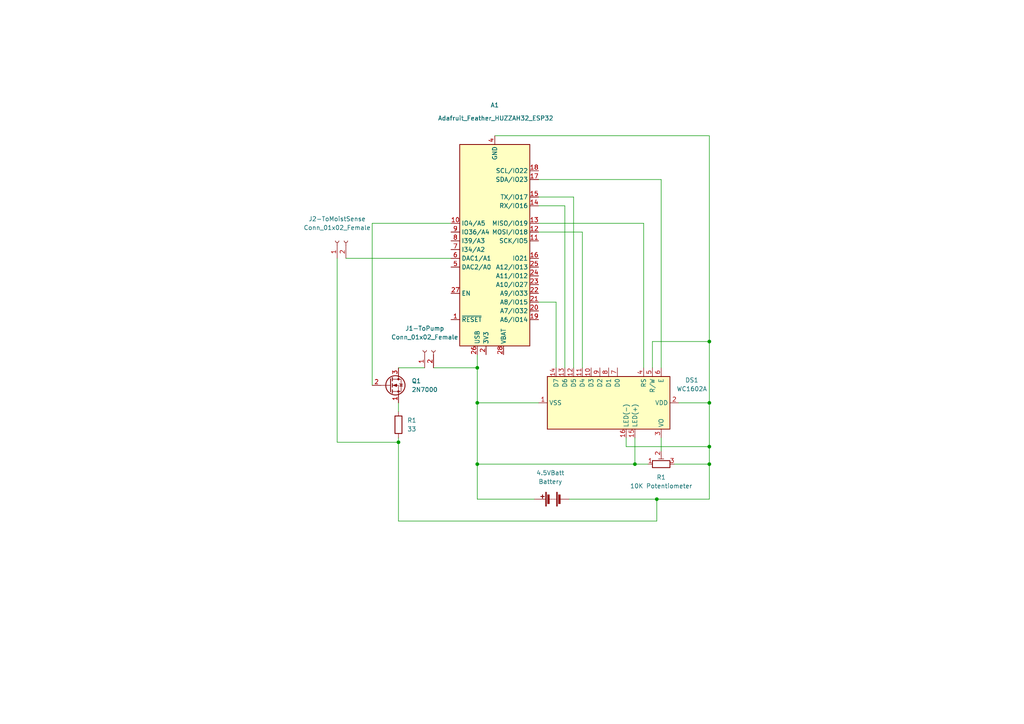
<source format=kicad_sch>
(kicad_sch (version 20211123) (generator eeschema)

  (uuid 5f94364e-a133-4251-a0ac-934f7e2f52fe)

  (paper "A4")

  (lib_symbols
    (symbol "Connector:Conn_01x02_Female" (pin_names (offset 1.016) hide) (in_bom yes) (on_board yes)
      (property "Reference" "J" (id 0) (at 0 2.54 0)
        (effects (font (size 1.27 1.27)))
      )
      (property "Value" "Conn_01x02_Female" (id 1) (at 0 -5.08 0)
        (effects (font (size 1.27 1.27)))
      )
      (property "Footprint" "" (id 2) (at 0 0 0)
        (effects (font (size 1.27 1.27)) hide)
      )
      (property "Datasheet" "~" (id 3) (at 0 0 0)
        (effects (font (size 1.27 1.27)) hide)
      )
      (property "ki_keywords" "connector" (id 4) (at 0 0 0)
        (effects (font (size 1.27 1.27)) hide)
      )
      (property "ki_description" "Generic connector, single row, 01x02, script generated (kicad-library-utils/schlib/autogen/connector/)" (id 5) (at 0 0 0)
        (effects (font (size 1.27 1.27)) hide)
      )
      (property "ki_fp_filters" "Connector*:*_1x??_*" (id 6) (at 0 0 0)
        (effects (font (size 1.27 1.27)) hide)
      )
      (symbol "Conn_01x02_Female_1_1"
        (arc (start 0 -2.032) (mid -0.508 -2.54) (end 0 -3.048)
          (stroke (width 0.1524) (type default) (color 0 0 0 0))
          (fill (type none))
        )
        (polyline
          (pts
            (xy -1.27 -2.54)
            (xy -0.508 -2.54)
          )
          (stroke (width 0.1524) (type default) (color 0 0 0 0))
          (fill (type none))
        )
        (polyline
          (pts
            (xy -1.27 0)
            (xy -0.508 0)
          )
          (stroke (width 0.1524) (type default) (color 0 0 0 0))
          (fill (type none))
        )
        (arc (start 0 0.508) (mid -0.508 0) (end 0 -0.508)
          (stroke (width 0.1524) (type default) (color 0 0 0 0))
          (fill (type none))
        )
        (pin passive line (at -5.08 0 0) (length 3.81)
          (name "Pin_1" (effects (font (size 1.27 1.27))))
          (number "1" (effects (font (size 1.27 1.27))))
        )
        (pin passive line (at -5.08 -2.54 0) (length 3.81)
          (name "Pin_2" (effects (font (size 1.27 1.27))))
          (number "2" (effects (font (size 1.27 1.27))))
        )
      )
    )
    (symbol "Device:Battery" (pin_numbers hide) (pin_names (offset 0) hide) (in_bom yes) (on_board yes)
      (property "Reference" "BT" (id 0) (at 2.54 2.54 0)
        (effects (font (size 1.27 1.27)) (justify left))
      )
      (property "Value" "Battery" (id 1) (at 2.54 0 0)
        (effects (font (size 1.27 1.27)) (justify left))
      )
      (property "Footprint" "" (id 2) (at 0 1.524 90)
        (effects (font (size 1.27 1.27)) hide)
      )
      (property "Datasheet" "~" (id 3) (at 0 1.524 90)
        (effects (font (size 1.27 1.27)) hide)
      )
      (property "ki_keywords" "batt voltage-source cell" (id 4) (at 0 0 0)
        (effects (font (size 1.27 1.27)) hide)
      )
      (property "ki_description" "Multiple-cell battery" (id 5) (at 0 0 0)
        (effects (font (size 1.27 1.27)) hide)
      )
      (symbol "Battery_0_1"
        (rectangle (start -2.032 -1.397) (end 2.032 -1.651)
          (stroke (width 0) (type default) (color 0 0 0 0))
          (fill (type outline))
        )
        (rectangle (start -2.032 1.778) (end 2.032 1.524)
          (stroke (width 0) (type default) (color 0 0 0 0))
          (fill (type outline))
        )
        (rectangle (start -1.3208 -1.9812) (end 1.27 -2.4892)
          (stroke (width 0) (type default) (color 0 0 0 0))
          (fill (type outline))
        )
        (rectangle (start -1.3208 1.1938) (end 1.27 0.6858)
          (stroke (width 0) (type default) (color 0 0 0 0))
          (fill (type outline))
        )
        (polyline
          (pts
            (xy 0 -1.524)
            (xy 0 -1.27)
          )
          (stroke (width 0) (type default) (color 0 0 0 0))
          (fill (type none))
        )
        (polyline
          (pts
            (xy 0 -1.016)
            (xy 0 -0.762)
          )
          (stroke (width 0) (type default) (color 0 0 0 0))
          (fill (type none))
        )
        (polyline
          (pts
            (xy 0 -0.508)
            (xy 0 -0.254)
          )
          (stroke (width 0) (type default) (color 0 0 0 0))
          (fill (type none))
        )
        (polyline
          (pts
            (xy 0 0)
            (xy 0 0.254)
          )
          (stroke (width 0) (type default) (color 0 0 0 0))
          (fill (type none))
        )
        (polyline
          (pts
            (xy 0 0.508)
            (xy 0 0.762)
          )
          (stroke (width 0) (type default) (color 0 0 0 0))
          (fill (type none))
        )
        (polyline
          (pts
            (xy 0 1.778)
            (xy 0 2.54)
          )
          (stroke (width 0) (type default) (color 0 0 0 0))
          (fill (type none))
        )
        (polyline
          (pts
            (xy 0.254 2.667)
            (xy 1.27 2.667)
          )
          (stroke (width 0.254) (type default) (color 0 0 0 0))
          (fill (type none))
        )
        (polyline
          (pts
            (xy 0.762 3.175)
            (xy 0.762 2.159)
          )
          (stroke (width 0.254) (type default) (color 0 0 0 0))
          (fill (type none))
        )
      )
      (symbol "Battery_1_1"
        (pin passive line (at 0 5.08 270) (length 2.54)
          (name "+" (effects (font (size 1.27 1.27))))
          (number "1" (effects (font (size 1.27 1.27))))
        )
        (pin passive line (at 0 -5.08 90) (length 2.54)
          (name "-" (effects (font (size 1.27 1.27))))
          (number "2" (effects (font (size 1.27 1.27))))
        )
      )
    )
    (symbol "Device:R" (pin_numbers hide) (pin_names (offset 0)) (in_bom yes) (on_board yes)
      (property "Reference" "R" (id 0) (at 2.032 0 90)
        (effects (font (size 1.27 1.27)))
      )
      (property "Value" "R" (id 1) (at 0 0 90)
        (effects (font (size 1.27 1.27)))
      )
      (property "Footprint" "" (id 2) (at -1.778 0 90)
        (effects (font (size 1.27 1.27)) hide)
      )
      (property "Datasheet" "~" (id 3) (at 0 0 0)
        (effects (font (size 1.27 1.27)) hide)
      )
      (property "ki_keywords" "R res resistor" (id 4) (at 0 0 0)
        (effects (font (size 1.27 1.27)) hide)
      )
      (property "ki_description" "Resistor" (id 5) (at 0 0 0)
        (effects (font (size 1.27 1.27)) hide)
      )
      (property "ki_fp_filters" "R_*" (id 6) (at 0 0 0)
        (effects (font (size 1.27 1.27)) hide)
      )
      (symbol "R_0_1"
        (rectangle (start -1.016 -2.54) (end 1.016 2.54)
          (stroke (width 0.254) (type default) (color 0 0 0 0))
          (fill (type none))
        )
      )
      (symbol "R_1_1"
        (pin passive line (at 0 3.81 270) (length 1.27)
          (name "~" (effects (font (size 1.27 1.27))))
          (number "1" (effects (font (size 1.27 1.27))))
        )
        (pin passive line (at 0 -3.81 90) (length 1.27)
          (name "~" (effects (font (size 1.27 1.27))))
          (number "2" (effects (font (size 1.27 1.27))))
        )
      )
    )
    (symbol "Device:R_Potentiometer_Trim" (pin_names (offset 1.016) hide) (in_bom yes) (on_board yes)
      (property "Reference" "RV" (id 0) (at -4.445 0 90)
        (effects (font (size 1.27 1.27)))
      )
      (property "Value" "R_Potentiometer_Trim" (id 1) (at -2.54 0 90)
        (effects (font (size 1.27 1.27)))
      )
      (property "Footprint" "" (id 2) (at 0 0 0)
        (effects (font (size 1.27 1.27)) hide)
      )
      (property "Datasheet" "~" (id 3) (at 0 0 0)
        (effects (font (size 1.27 1.27)) hide)
      )
      (property "ki_keywords" "resistor variable trimpot trimmer" (id 4) (at 0 0 0)
        (effects (font (size 1.27 1.27)) hide)
      )
      (property "ki_description" "Trim-potentiometer" (id 5) (at 0 0 0)
        (effects (font (size 1.27 1.27)) hide)
      )
      (property "ki_fp_filters" "Potentiometer*" (id 6) (at 0 0 0)
        (effects (font (size 1.27 1.27)) hide)
      )
      (symbol "R_Potentiometer_Trim_0_1"
        (polyline
          (pts
            (xy 1.524 0.762)
            (xy 1.524 -0.762)
          )
          (stroke (width 0) (type default) (color 0 0 0 0))
          (fill (type none))
        )
        (polyline
          (pts
            (xy 2.54 0)
            (xy 1.524 0)
          )
          (stroke (width 0) (type default) (color 0 0 0 0))
          (fill (type none))
        )
        (rectangle (start 1.016 2.54) (end -1.016 -2.54)
          (stroke (width 0.254) (type default) (color 0 0 0 0))
          (fill (type none))
        )
      )
      (symbol "R_Potentiometer_Trim_1_1"
        (pin passive line (at 0 3.81 270) (length 1.27)
          (name "1" (effects (font (size 1.27 1.27))))
          (number "1" (effects (font (size 1.27 1.27))))
        )
        (pin passive line (at 3.81 0 180) (length 1.27)
          (name "2" (effects (font (size 1.27 1.27))))
          (number "2" (effects (font (size 1.27 1.27))))
        )
        (pin passive line (at 0 -3.81 90) (length 1.27)
          (name "3" (effects (font (size 1.27 1.27))))
          (number "3" (effects (font (size 1.27 1.27))))
        )
      )
    )
    (symbol "Display_Character:WC1602A" (in_bom yes) (on_board yes)
      (property "Reference" "DS" (id 0) (at -5.842 19.05 0)
        (effects (font (size 1.27 1.27)))
      )
      (property "Value" "WC1602A" (id 1) (at 5.334 19.05 0)
        (effects (font (size 1.27 1.27)))
      )
      (property "Footprint" "Display:WC1602A" (id 2) (at 0 -22.86 0)
        (effects (font (size 1.27 1.27) italic) hide)
      )
      (property "Datasheet" "http://www.wincomlcd.com/pdf/WC1602A-SFYLYHTC06.pdf" (id 3) (at 17.78 0 0)
        (effects (font (size 1.27 1.27)) hide)
      )
      (property "ki_keywords" "display LCD dot-matrix" (id 4) (at 0 0 0)
        (effects (font (size 1.27 1.27)) hide)
      )
      (property "ki_description" "LCD 16x2 Alphanumeric , 8 bit parallel bus, 5V VDD" (id 5) (at 0 0 0)
        (effects (font (size 1.27 1.27)) hide)
      )
      (property "ki_fp_filters" "*WC*1602A*" (id 6) (at 0 0 0)
        (effects (font (size 1.27 1.27)) hide)
      )
      (symbol "WC1602A_1_1"
        (rectangle (start -7.62 17.78) (end 7.62 -17.78)
          (stroke (width 0.254) (type default) (color 0 0 0 0))
          (fill (type background))
        )
        (pin power_in line (at 0 -20.32 90) (length 2.54)
          (name "VSS" (effects (font (size 1.27 1.27))))
          (number "1" (effects (font (size 1.27 1.27))))
        )
        (pin input line (at -10.16 -5.08 0) (length 2.54)
          (name "D3" (effects (font (size 1.27 1.27))))
          (number "10" (effects (font (size 1.27 1.27))))
        )
        (pin input line (at -10.16 -7.62 0) (length 2.54)
          (name "D4" (effects (font (size 1.27 1.27))))
          (number "11" (effects (font (size 1.27 1.27))))
        )
        (pin input line (at -10.16 -10.16 0) (length 2.54)
          (name "D5" (effects (font (size 1.27 1.27))))
          (number "12" (effects (font (size 1.27 1.27))))
        )
        (pin input line (at -10.16 -12.7 0) (length 2.54)
          (name "D6" (effects (font (size 1.27 1.27))))
          (number "13" (effects (font (size 1.27 1.27))))
        )
        (pin input line (at -10.16 -15.24 0) (length 2.54)
          (name "D7" (effects (font (size 1.27 1.27))))
          (number "14" (effects (font (size 1.27 1.27))))
        )
        (pin power_in line (at 10.16 7.62 180) (length 2.54)
          (name "LED(+)" (effects (font (size 1.27 1.27))))
          (number "15" (effects (font (size 1.27 1.27))))
        )
        (pin power_in line (at 10.16 5.08 180) (length 2.54)
          (name "LED(-)" (effects (font (size 1.27 1.27))))
          (number "16" (effects (font (size 1.27 1.27))))
        )
        (pin power_in line (at 0 20.32 270) (length 2.54)
          (name "VDD" (effects (font (size 1.27 1.27))))
          (number "2" (effects (font (size 1.27 1.27))))
        )
        (pin input line (at 10.16 15.24 180) (length 2.54)
          (name "VO" (effects (font (size 1.27 1.27))))
          (number "3" (effects (font (size 1.27 1.27))))
        )
        (pin input line (at -10.16 10.16 0) (length 2.54)
          (name "RS" (effects (font (size 1.27 1.27))))
          (number "4" (effects (font (size 1.27 1.27))))
        )
        (pin input line (at -10.16 12.7 0) (length 2.54)
          (name "R/W" (effects (font (size 1.27 1.27))))
          (number "5" (effects (font (size 1.27 1.27))))
        )
        (pin input line (at -10.16 15.24 0) (length 2.54)
          (name "E" (effects (font (size 1.27 1.27))))
          (number "6" (effects (font (size 1.27 1.27))))
        )
        (pin input line (at -10.16 2.54 0) (length 2.54)
          (name "D0" (effects (font (size 1.27 1.27))))
          (number "7" (effects (font (size 1.27 1.27))))
        )
        (pin input line (at -10.16 0 0) (length 2.54)
          (name "D1" (effects (font (size 1.27 1.27))))
          (number "8" (effects (font (size 1.27 1.27))))
        )
        (pin input line (at -10.16 -2.54 0) (length 2.54)
          (name "D2" (effects (font (size 1.27 1.27))))
          (number "9" (effects (font (size 1.27 1.27))))
        )
      )
    )
    (symbol "MCU_Module:Adafruit_Feather_HUZZAH32_ESP32" (in_bom yes) (on_board yes)
      (property "Reference" "A" (id 0) (at -10.16 29.21 0)
        (effects (font (size 1.27 1.27)) (justify left))
      )
      (property "Value" "Adafruit_Feather_HUZZAH32_ESP32" (id 1) (at 2.54 -31.75 0)
        (effects (font (size 1.27 1.27)) (justify left))
      )
      (property "Footprint" "Module:Adafruit_Feather" (id 2) (at 2.54 -34.29 0)
        (effects (font (size 1.27 1.27)) (justify left) hide)
      )
      (property "Datasheet" "https://cdn-learn.adafruit.com/downloads/pdf/adafruit-huzzah32-esp32-feather.pdf" (id 3) (at 0 -30.48 0)
        (effects (font (size 1.27 1.27)) hide)
      )
      (property "ki_keywords" "Adafruit feather microcontroller module USB" (id 4) (at 0 0 0)
        (effects (font (size 1.27 1.27)) hide)
      )
      (property "ki_description" "Microcontroller module with ESP32 MCU" (id 5) (at 0 0 0)
        (effects (font (size 1.27 1.27)) hide)
      )
      (property "ki_fp_filters" "Adafruit*Feather*" (id 6) (at 0 0 0)
        (effects (font (size 1.27 1.27)) hide)
      )
      (symbol "Adafruit_Feather_HUZZAH32_ESP32_0_1"
        (rectangle (start -10.16 27.94) (end 10.16 -30.48)
          (stroke (width 0.254) (type default) (color 0 0 0 0))
          (fill (type background))
        )
      )
      (symbol "Adafruit_Feather_HUZZAH32_ESP32_1_1"
        (pin input line (at 12.7 20.32 180) (length 2.54)
          (name "~{RESET}" (effects (font (size 1.27 1.27))))
          (number "1" (effects (font (size 1.27 1.27))))
        )
        (pin bidirectional line (at 12.7 -7.62 180) (length 2.54)
          (name "IO4/A5" (effects (font (size 1.27 1.27))))
          (number "10" (effects (font (size 1.27 1.27))))
        )
        (pin bidirectional line (at -12.7 -2.54 0) (length 2.54)
          (name "SCK/IO5" (effects (font (size 1.27 1.27))))
          (number "11" (effects (font (size 1.27 1.27))))
        )
        (pin bidirectional line (at -12.7 -5.08 0) (length 2.54)
          (name "MOSI/IO18" (effects (font (size 1.27 1.27))))
          (number "12" (effects (font (size 1.27 1.27))))
        )
        (pin bidirectional line (at -12.7 -7.62 0) (length 2.54)
          (name "MISO/IO19" (effects (font (size 1.27 1.27))))
          (number "13" (effects (font (size 1.27 1.27))))
        )
        (pin bidirectional line (at -12.7 -12.7 0) (length 2.54)
          (name "RX/IO16" (effects (font (size 1.27 1.27))))
          (number "14" (effects (font (size 1.27 1.27))))
        )
        (pin bidirectional line (at -12.7 -15.24 0) (length 2.54)
          (name "TX/IO17" (effects (font (size 1.27 1.27))))
          (number "15" (effects (font (size 1.27 1.27))))
        )
        (pin bidirectional line (at -12.7 2.54 0) (length 2.54)
          (name "IO21" (effects (font (size 1.27 1.27))))
          (number "16" (effects (font (size 1.27 1.27))))
        )
        (pin bidirectional line (at -12.7 -20.32 0) (length 2.54)
          (name "SDA/IO23" (effects (font (size 1.27 1.27))))
          (number "17" (effects (font (size 1.27 1.27))))
        )
        (pin bidirectional line (at -12.7 -22.86 0) (length 2.54)
          (name "SCL/IO22" (effects (font (size 1.27 1.27))))
          (number "18" (effects (font (size 1.27 1.27))))
        )
        (pin bidirectional line (at -12.7 20.32 0) (length 2.54)
          (name "A6/IO14" (effects (font (size 1.27 1.27))))
          (number "19" (effects (font (size 1.27 1.27))))
        )
        (pin power_in line (at 2.54 30.48 270) (length 2.54)
          (name "3V3" (effects (font (size 1.27 1.27))))
          (number "2" (effects (font (size 1.27 1.27))))
        )
        (pin bidirectional line (at -12.7 17.78 0) (length 2.54)
          (name "A7/IO32" (effects (font (size 1.27 1.27))))
          (number "20" (effects (font (size 1.27 1.27))))
        )
        (pin bidirectional line (at -12.7 15.24 0) (length 2.54)
          (name "A8/IO15" (effects (font (size 1.27 1.27))))
          (number "21" (effects (font (size 1.27 1.27))))
        )
        (pin bidirectional line (at -12.7 12.7 0) (length 2.54)
          (name "A9/IO33" (effects (font (size 1.27 1.27))))
          (number "22" (effects (font (size 1.27 1.27))))
        )
        (pin bidirectional line (at -12.7 10.16 0) (length 2.54)
          (name "A10/IO27" (effects (font (size 1.27 1.27))))
          (number "23" (effects (font (size 1.27 1.27))))
        )
        (pin bidirectional line (at -12.7 7.62 0) (length 2.54)
          (name "A11/IO12" (effects (font (size 1.27 1.27))))
          (number "24" (effects (font (size 1.27 1.27))))
        )
        (pin bidirectional line (at -12.7 5.08 0) (length 2.54)
          (name "A12/IO13" (effects (font (size 1.27 1.27))))
          (number "25" (effects (font (size 1.27 1.27))))
        )
        (pin power_in line (at 5.08 30.48 270) (length 2.54)
          (name "USB" (effects (font (size 1.27 1.27))))
          (number "26" (effects (font (size 1.27 1.27))))
        )
        (pin input line (at 12.7 12.7 180) (length 2.54)
          (name "EN" (effects (font (size 1.27 1.27))))
          (number "27" (effects (font (size 1.27 1.27))))
        )
        (pin power_in line (at -2.54 30.48 270) (length 2.54)
          (name "VBAT" (effects (font (size 1.27 1.27))))
          (number "28" (effects (font (size 1.27 1.27))))
        )
        (pin no_connect line (at 10.16 10.16 180) (length 2.54) hide
          (name "NC" (effects (font (size 1.27 1.27))))
          (number "3" (effects (font (size 1.27 1.27))))
        )
        (pin power_in line (at 0 -33.02 90) (length 2.54)
          (name "GND" (effects (font (size 1.27 1.27))))
          (number "4" (effects (font (size 1.27 1.27))))
        )
        (pin bidirectional line (at 12.7 5.08 180) (length 2.54)
          (name "DAC2/A0" (effects (font (size 1.27 1.27))))
          (number "5" (effects (font (size 1.27 1.27))))
        )
        (pin bidirectional line (at 12.7 2.54 180) (length 2.54)
          (name "DAC1/A1" (effects (font (size 1.27 1.27))))
          (number "6" (effects (font (size 1.27 1.27))))
        )
        (pin bidirectional line (at 12.7 0 180) (length 2.54)
          (name "I34/A2" (effects (font (size 1.27 1.27))))
          (number "7" (effects (font (size 1.27 1.27))))
        )
        (pin bidirectional line (at 12.7 -2.54 180) (length 2.54)
          (name "I39/A3" (effects (font (size 1.27 1.27))))
          (number "8" (effects (font (size 1.27 1.27))))
        )
        (pin bidirectional line (at 12.7 -5.08 180) (length 2.54)
          (name "IO36/A4" (effects (font (size 1.27 1.27))))
          (number "9" (effects (font (size 1.27 1.27))))
        )
      )
    )
    (symbol "Transistor_FET:2N7000" (pin_names hide) (in_bom yes) (on_board yes)
      (property "Reference" "Q" (id 0) (at 5.08 1.905 0)
        (effects (font (size 1.27 1.27)) (justify left))
      )
      (property "Value" "2N7000" (id 1) (at 5.08 0 0)
        (effects (font (size 1.27 1.27)) (justify left))
      )
      (property "Footprint" "Package_TO_SOT_THT:TO-92_Inline" (id 2) (at 5.08 -1.905 0)
        (effects (font (size 1.27 1.27) italic) (justify left) hide)
      )
      (property "Datasheet" "https://www.vishay.com/docs/70226/70226.pdf" (id 3) (at 0 0 0)
        (effects (font (size 1.27 1.27)) (justify left) hide)
      )
      (property "ki_keywords" "N-Channel MOSFET Logic-Level" (id 4) (at 0 0 0)
        (effects (font (size 1.27 1.27)) hide)
      )
      (property "ki_description" "0.2A Id, 200V Vds, N-Channel MOSFET, 2.6V Logic Level, TO-92" (id 5) (at 0 0 0)
        (effects (font (size 1.27 1.27)) hide)
      )
      (property "ki_fp_filters" "TO?92*" (id 6) (at 0 0 0)
        (effects (font (size 1.27 1.27)) hide)
      )
      (symbol "2N7000_0_1"
        (polyline
          (pts
            (xy 0.254 0)
            (xy -2.54 0)
          )
          (stroke (width 0) (type default) (color 0 0 0 0))
          (fill (type none))
        )
        (polyline
          (pts
            (xy 0.254 1.905)
            (xy 0.254 -1.905)
          )
          (stroke (width 0.254) (type default) (color 0 0 0 0))
          (fill (type none))
        )
        (polyline
          (pts
            (xy 0.762 -1.27)
            (xy 0.762 -2.286)
          )
          (stroke (width 0.254) (type default) (color 0 0 0 0))
          (fill (type none))
        )
        (polyline
          (pts
            (xy 0.762 0.508)
            (xy 0.762 -0.508)
          )
          (stroke (width 0.254) (type default) (color 0 0 0 0))
          (fill (type none))
        )
        (polyline
          (pts
            (xy 0.762 2.286)
            (xy 0.762 1.27)
          )
          (stroke (width 0.254) (type default) (color 0 0 0 0))
          (fill (type none))
        )
        (polyline
          (pts
            (xy 2.54 2.54)
            (xy 2.54 1.778)
          )
          (stroke (width 0) (type default) (color 0 0 0 0))
          (fill (type none))
        )
        (polyline
          (pts
            (xy 2.54 -2.54)
            (xy 2.54 0)
            (xy 0.762 0)
          )
          (stroke (width 0) (type default) (color 0 0 0 0))
          (fill (type none))
        )
        (polyline
          (pts
            (xy 0.762 -1.778)
            (xy 3.302 -1.778)
            (xy 3.302 1.778)
            (xy 0.762 1.778)
          )
          (stroke (width 0) (type default) (color 0 0 0 0))
          (fill (type none))
        )
        (polyline
          (pts
            (xy 1.016 0)
            (xy 2.032 0.381)
            (xy 2.032 -0.381)
            (xy 1.016 0)
          )
          (stroke (width 0) (type default) (color 0 0 0 0))
          (fill (type outline))
        )
        (polyline
          (pts
            (xy 2.794 0.508)
            (xy 2.921 0.381)
            (xy 3.683 0.381)
            (xy 3.81 0.254)
          )
          (stroke (width 0) (type default) (color 0 0 0 0))
          (fill (type none))
        )
        (polyline
          (pts
            (xy 3.302 0.381)
            (xy 2.921 -0.254)
            (xy 3.683 -0.254)
            (xy 3.302 0.381)
          )
          (stroke (width 0) (type default) (color 0 0 0 0))
          (fill (type none))
        )
        (circle (center 1.651 0) (radius 2.794)
          (stroke (width 0.254) (type default) (color 0 0 0 0))
          (fill (type none))
        )
        (circle (center 2.54 -1.778) (radius 0.254)
          (stroke (width 0) (type default) (color 0 0 0 0))
          (fill (type outline))
        )
        (circle (center 2.54 1.778) (radius 0.254)
          (stroke (width 0) (type default) (color 0 0 0 0))
          (fill (type outline))
        )
      )
      (symbol "2N7000_1_1"
        (pin passive line (at 2.54 -5.08 90) (length 2.54)
          (name "S" (effects (font (size 1.27 1.27))))
          (number "1" (effects (font (size 1.27 1.27))))
        )
        (pin input line (at -5.08 0 0) (length 2.54)
          (name "G" (effects (font (size 1.27 1.27))))
          (number "2" (effects (font (size 1.27 1.27))))
        )
        (pin passive line (at 2.54 5.08 270) (length 2.54)
          (name "D" (effects (font (size 1.27 1.27))))
          (number "3" (effects (font (size 1.27 1.27))))
        )
      )
    )
  )

  (junction (at 138.43 116.84) (diameter 0) (color 0 0 0 0)
    (uuid 262d6c6b-9146-454d-a8e8-d8bea61242a7)
  )
  (junction (at 205.74 99.06) (diameter 0) (color 0 0 0 0)
    (uuid 27378d96-2875-4f34-ae36-a5bb31a65316)
  )
  (junction (at 190.5 144.78) (diameter 0) (color 0 0 0 0)
    (uuid 2b765368-2268-4f01-8cfc-3e6a172a7131)
  )
  (junction (at 205.74 116.84) (diameter 0) (color 0 0 0 0)
    (uuid 917943cb-a1dc-4abe-bc75-31c0215f8881)
  )
  (junction (at 138.43 134.62) (diameter 0) (color 0 0 0 0)
    (uuid 950c6c27-180a-44ff-bbe2-28648ef37901)
  )
  (junction (at 138.43 106.68) (diameter 0) (color 0 0 0 0)
    (uuid ad2bfac4-0880-4966-bdd4-a376eede427c)
  )
  (junction (at 205.74 134.62) (diameter 0) (color 0 0 0 0)
    (uuid afa9c8a7-451b-49c9-b042-f96c74da144b)
  )
  (junction (at 184.15 134.62) (diameter 0) (color 0 0 0 0)
    (uuid c70966b9-2e55-4749-a1ad-47a0a3f8b48c)
  )
  (junction (at 115.57 128.27) (diameter 0) (color 0 0 0 0)
    (uuid dde4f5c1-2d0a-4e77-9e90-b655af18ac6e)
  )
  (junction (at 205.74 129.54) (diameter 0) (color 0 0 0 0)
    (uuid e171da1d-0139-4271-bc66-505168f08fa1)
  )

  (wire (pts (xy 163.83 106.68) (xy 163.83 59.69))
    (stroke (width 0) (type default) (color 0 0 0 0))
    (uuid 06e99244-0659-4c2d-a1ec-66563b1894b6)
  )
  (wire (pts (xy 163.83 59.69) (xy 156.21 59.69))
    (stroke (width 0) (type default) (color 0 0 0 0))
    (uuid 0a453e6b-6f67-4fc9-a91f-3a420a2eeab8)
  )
  (wire (pts (xy 138.43 134.62) (xy 138.43 144.78))
    (stroke (width 0) (type default) (color 0 0 0 0))
    (uuid 0fcedde4-a953-4a37-acd0-c27c39c7b88a)
  )
  (wire (pts (xy 184.15 127) (xy 184.15 134.62))
    (stroke (width 0) (type default) (color 0 0 0 0))
    (uuid 1aee4181-e58c-4e79-acdd-2ead3b626a03)
  )
  (wire (pts (xy 165.1 144.78) (xy 190.5 144.78))
    (stroke (width 0) (type default) (color 0 0 0 0))
    (uuid 1c11d922-900f-4547-b665-edce7513f6e9)
  )
  (wire (pts (xy 191.77 106.68) (xy 191.77 52.07))
    (stroke (width 0) (type default) (color 0 0 0 0))
    (uuid 248569c9-0db2-4526-b262-0abc658fecaa)
  )
  (wire (pts (xy 191.77 127) (xy 191.77 130.81))
    (stroke (width 0) (type default) (color 0 0 0 0))
    (uuid 2864f378-cc5f-40d2-b0e8-e0940e5cee01)
  )
  (wire (pts (xy 205.74 99.06) (xy 205.74 39.37))
    (stroke (width 0) (type default) (color 0 0 0 0))
    (uuid 3f292225-8bda-4e8e-be38-7af366372025)
  )
  (wire (pts (xy 161.29 87.63) (xy 156.21 87.63))
    (stroke (width 0) (type default) (color 0 0 0 0))
    (uuid 41af068a-4121-405c-968a-ac63dba16b35)
  )
  (wire (pts (xy 138.43 106.68) (xy 138.43 116.84))
    (stroke (width 0) (type default) (color 0 0 0 0))
    (uuid 4ba70463-b50e-4b68-a003-bac6c6954fde)
  )
  (wire (pts (xy 189.23 106.68) (xy 189.23 99.06))
    (stroke (width 0) (type default) (color 0 0 0 0))
    (uuid 53370adb-d82b-49d5-8962-128a51a3c754)
  )
  (wire (pts (xy 205.74 39.37) (xy 143.51 39.37))
    (stroke (width 0) (type default) (color 0 0 0 0))
    (uuid 55f7f21d-e040-4f73-8ae9-d512507cdeef)
  )
  (wire (pts (xy 115.57 127) (xy 115.57 128.27))
    (stroke (width 0) (type default) (color 0 0 0 0))
    (uuid 575efd54-c7b9-497b-bbff-87711f8d63a1)
  )
  (wire (pts (xy 181.61 129.54) (xy 205.74 129.54))
    (stroke (width 0) (type default) (color 0 0 0 0))
    (uuid 678f1f81-e518-45c6-ab32-60f4d57c8e5e)
  )
  (wire (pts (xy 161.29 106.68) (xy 161.29 87.63))
    (stroke (width 0) (type default) (color 0 0 0 0))
    (uuid 69292b87-b757-4474-87b2-accd3218606f)
  )
  (wire (pts (xy 184.15 134.62) (xy 138.43 134.62))
    (stroke (width 0) (type default) (color 0 0 0 0))
    (uuid 6d0f5c30-79c8-48bf-8aad-192e7826110c)
  )
  (wire (pts (xy 191.77 52.07) (xy 156.21 52.07))
    (stroke (width 0) (type default) (color 0 0 0 0))
    (uuid 7567073c-322b-45c2-b7b1-a31d1fef0734)
  )
  (wire (pts (xy 115.57 151.13) (xy 190.5 151.13))
    (stroke (width 0) (type default) (color 0 0 0 0))
    (uuid 7c87a4c9-9f3e-4ea0-8821-f77a3e1f12c3)
  )
  (wire (pts (xy 205.74 116.84) (xy 196.85 116.84))
    (stroke (width 0) (type default) (color 0 0 0 0))
    (uuid 8c11dfe1-3b83-4404-8e33-5474bc8a6e35)
  )
  (wire (pts (xy 168.91 67.31) (xy 156.21 67.31))
    (stroke (width 0) (type default) (color 0 0 0 0))
    (uuid 8c847679-c658-4c5e-bfd8-0d12d4dfec17)
  )
  (wire (pts (xy 195.58 134.62) (xy 205.74 134.62))
    (stroke (width 0) (type default) (color 0 0 0 0))
    (uuid 8fd159e6-5e98-4de5-87e9-0e02938135c6)
  )
  (wire (pts (xy 205.74 116.84) (xy 205.74 99.06))
    (stroke (width 0) (type default) (color 0 0 0 0))
    (uuid 907ad81a-6f59-4609-a8c6-5bfac99a36f9)
  )
  (wire (pts (xy 115.57 116.84) (xy 115.57 119.38))
    (stroke (width 0) (type default) (color 0 0 0 0))
    (uuid 945fb97e-45e7-4244-b213-12531017252a)
  )
  (wire (pts (xy 190.5 151.13) (xy 190.5 144.78))
    (stroke (width 0) (type default) (color 0 0 0 0))
    (uuid 94a01e1c-8cb6-4635-9ec6-76819ba5ef26)
  )
  (wire (pts (xy 186.69 64.77) (xy 156.21 64.77))
    (stroke (width 0) (type default) (color 0 0 0 0))
    (uuid 9aa4df23-4b7f-4402-968b-4260448db1d6)
  )
  (wire (pts (xy 125.73 106.68) (xy 138.43 106.68))
    (stroke (width 0) (type default) (color 0 0 0 0))
    (uuid 9cdb64b5-3f71-4f2b-ae6b-dc356054d8e4)
  )
  (wire (pts (xy 107.95 64.77) (xy 130.81 64.77))
    (stroke (width 0) (type default) (color 0 0 0 0))
    (uuid a0e0eccb-f0ec-4906-be07-c15bcd70129f)
  )
  (wire (pts (xy 205.74 144.78) (xy 205.74 134.62))
    (stroke (width 0) (type default) (color 0 0 0 0))
    (uuid a1aef0ac-5172-449b-aefa-c4f9a186b8d4)
  )
  (wire (pts (xy 166.37 57.15) (xy 156.21 57.15))
    (stroke (width 0) (type default) (color 0 0 0 0))
    (uuid a41ca639-e780-47e0-857a-3edaa3cbd44c)
  )
  (wire (pts (xy 166.37 106.68) (xy 166.37 57.15))
    (stroke (width 0) (type default) (color 0 0 0 0))
    (uuid a4271112-9398-4755-8411-0b215c06d14a)
  )
  (wire (pts (xy 186.69 106.68) (xy 186.69 64.77))
    (stroke (width 0) (type default) (color 0 0 0 0))
    (uuid a58b61a4-d0d1-4b98-b99b-5d9b91a11ad1)
  )
  (wire (pts (xy 138.43 102.87) (xy 138.43 106.68))
    (stroke (width 0) (type default) (color 0 0 0 0))
    (uuid b29d594d-e6dd-487c-84e5-99d3fc6f06ed)
  )
  (wire (pts (xy 115.57 106.68) (xy 123.19 106.68))
    (stroke (width 0) (type default) (color 0 0 0 0))
    (uuid be20c331-fa09-4a1c-a17d-4340e920f6ae)
  )
  (wire (pts (xy 97.79 74.93) (xy 97.79 128.27))
    (stroke (width 0) (type default) (color 0 0 0 0))
    (uuid c39fbbb3-a1e9-4219-961c-81e4462e5aad)
  )
  (wire (pts (xy 97.79 128.27) (xy 115.57 128.27))
    (stroke (width 0) (type default) (color 0 0 0 0))
    (uuid c438ff3d-5358-4549-a597-3afa066bd145)
  )
  (wire (pts (xy 189.23 99.06) (xy 205.74 99.06))
    (stroke (width 0) (type default) (color 0 0 0 0))
    (uuid cbfc8745-597e-40b1-9058-3245006de6aa)
  )
  (wire (pts (xy 115.57 128.27) (xy 115.57 151.13))
    (stroke (width 0) (type default) (color 0 0 0 0))
    (uuid ccdf71ca-4169-4a5f-b49a-0292f2305820)
  )
  (wire (pts (xy 205.74 134.62) (xy 205.74 129.54))
    (stroke (width 0) (type default) (color 0 0 0 0))
    (uuid d66d92d4-b2e7-4f72-93d5-b0f686d85afe)
  )
  (wire (pts (xy 181.61 127) (xy 181.61 129.54))
    (stroke (width 0) (type default) (color 0 0 0 0))
    (uuid d730fcb6-6698-4d89-9bdb-9f661c8d9e34)
  )
  (wire (pts (xy 187.96 134.62) (xy 184.15 134.62))
    (stroke (width 0) (type default) (color 0 0 0 0))
    (uuid e020a7e3-6d26-453c-9b51-39803d7dcf1d)
  )
  (wire (pts (xy 100.33 74.93) (xy 130.81 74.93))
    (stroke (width 0) (type default) (color 0 0 0 0))
    (uuid e50ac4b8-5bb3-4c81-99de-19668888dbef)
  )
  (wire (pts (xy 156.21 116.84) (xy 138.43 116.84))
    (stroke (width 0) (type default) (color 0 0 0 0))
    (uuid ee64a2bb-f2a7-4e2c-adf7-89278eb6311b)
  )
  (wire (pts (xy 205.74 129.54) (xy 205.74 116.84))
    (stroke (width 0) (type default) (color 0 0 0 0))
    (uuid efbd4ed9-5b96-4498-b013-96908ddad8a5)
  )
  (wire (pts (xy 107.95 111.76) (xy 107.95 64.77))
    (stroke (width 0) (type default) (color 0 0 0 0))
    (uuid f31bb568-6c37-4c41-adc8-6dfc65dcad82)
  )
  (wire (pts (xy 154.94 144.78) (xy 138.43 144.78))
    (stroke (width 0) (type default) (color 0 0 0 0))
    (uuid f459cd7c-caac-43eb-9d41-f7fbd0cfb094)
  )
  (wire (pts (xy 168.91 106.68) (xy 168.91 67.31))
    (stroke (width 0) (type default) (color 0 0 0 0))
    (uuid f75ecfdc-6a82-431b-9b19-865a8f6771f9)
  )
  (wire (pts (xy 138.43 116.84) (xy 138.43 134.62))
    (stroke (width 0) (type default) (color 0 0 0 0))
    (uuid fa225a46-1c68-44e2-bbee-43e0f93abc38)
  )
  (wire (pts (xy 190.5 144.78) (xy 205.74 144.78))
    (stroke (width 0) (type default) (color 0 0 0 0))
    (uuid fc8e02ce-d489-428f-8781-a9d1674a40b0)
  )

  (symbol (lib_id "Device:R") (at 115.57 123.19 0) (unit 1)
    (in_bom yes) (on_board yes) (fields_autoplaced)
    (uuid 0a809ebc-2153-4fb9-80db-6457e996dd44)
    (property "Reference" "R1" (id 0) (at 118.11 121.9199 0)
      (effects (font (size 1.27 1.27)) (justify left))
    )
    (property "Value" "33" (id 1) (at 118.11 124.4599 0)
      (effects (font (size 1.27 1.27)) (justify left))
    )
    (property "Footprint" "" (id 2) (at 113.792 123.19 90)
      (effects (font (size 1.27 1.27)) hide)
    )
    (property "Datasheet" "~" (id 3) (at 115.57 123.19 0)
      (effects (font (size 1.27 1.27)) hide)
    )
    (pin "1" (uuid 370e359a-8962-496e-89b0-12435185291b))
    (pin "2" (uuid c8bd9f49-e799-4fb0-9c1f-6d6c73f9ffa1))
  )

  (symbol (lib_id "Connector:Conn_01x02_Female") (at 123.19 101.6 90) (unit 1)
    (in_bom yes) (on_board yes)
    (uuid 243048db-0907-4805-9618-fbea523b1cd7)
    (property "Reference" "J1-ToPump" (id 0) (at 123.19 95.25 90))
    (property "Value" "Conn_01x02_Female" (id 1) (at 123.19 97.79 90))
    (property "Footprint" "" (id 2) (at 123.19 101.6 0)
      (effects (font (size 1.27 1.27)) hide)
    )
    (property "Datasheet" "~" (id 3) (at 123.19 101.6 0)
      (effects (font (size 1.27 1.27)) hide)
    )
    (pin "1" (uuid d322151a-b8bc-4571-ab27-eaeced3c2d20))
    (pin "2" (uuid 2fc145e5-3be2-4cd1-99a8-e887dc4968c8))
  )

  (symbol (lib_id "MCU_Module:Adafruit_Feather_HUZZAH32_ESP32") (at 143.51 72.39 180) (unit 1)
    (in_bom yes) (on_board yes)
    (uuid 429f8016-6558-4f4c-8fef-92c15bbb0d5e)
    (property "Reference" "A1" (id 0) (at 142.24 30.48 0)
      (effects (font (size 1.27 1.27)) (justify right))
    )
    (property "Value" "Adafruit_Feather_HUZZAH32_ESP32" (id 1) (at 127 34.29 0)
      (effects (font (size 1.27 1.27)) (justify right))
    )
    (property "Footprint" "Module:Adafruit_Feather" (id 2) (at 140.97 38.1 0)
      (effects (font (size 1.27 1.27)) (justify left) hide)
    )
    (property "Datasheet" "https://cdn-learn.adafruit.com/downloads/pdf/adafruit-huzzah32-esp32-feather.pdf" (id 3) (at 143.51 41.91 0)
      (effects (font (size 1.27 1.27)) hide)
    )
    (pin "1" (uuid 485dbcae-9e89-452b-acbb-0fd147dcda2e))
    (pin "10" (uuid 28baeed4-0b3f-411b-ab9a-5bfa68ee9102))
    (pin "11" (uuid 65f14c85-de66-4b51-83ad-645f2b71f77a))
    (pin "12" (uuid dcf7826d-5015-4bd8-80c4-e8f4e5ba8891))
    (pin "13" (uuid 25a06171-bc58-40c7-a8dc-8cf44152a285))
    (pin "14" (uuid 7d94403b-ee1c-41b8-8cca-47f6f92ae5a2))
    (pin "15" (uuid 3ebf8693-9129-473c-977f-7b31894f7e71))
    (pin "16" (uuid 232266c9-132c-4662-93cb-fe9217cee386))
    (pin "17" (uuid 4e262872-6c82-4a96-b05e-ee607869a7dc))
    (pin "18" (uuid e9c1ee1e-fcbb-469a-9700-3f968cb40fcf))
    (pin "19" (uuid 1d7657e0-74bf-4464-9219-01fde3fbe9a6))
    (pin "2" (uuid 1c0583df-bbef-4c23-937f-cff9ee733c42))
    (pin "20" (uuid 07635a89-449d-4db2-bdf8-093e52e71669))
    (pin "21" (uuid d0119507-add3-4460-b7ce-57eba0482880))
    (pin "22" (uuid e86e2e85-f32d-422d-9b7e-127aceb54c03))
    (pin "23" (uuid 1b792d4e-3199-45e0-90f8-d08c2897cb8a))
    (pin "24" (uuid 2c074923-709b-4d0f-bfd3-c1cfa1c34897))
    (pin "25" (uuid 19400fc7-ac31-4c67-953e-ce61bbf4e29b))
    (pin "26" (uuid 5c653c8d-8816-4888-9276-921168e6bf28))
    (pin "27" (uuid 92569cd3-c17c-403e-bbb3-e3904b055683))
    (pin "28" (uuid b1aebe69-c8d6-499a-ab9c-099910674a8e))
    (pin "3" (uuid 816f0f74-c360-4789-9a47-46523bc2e3c4))
    (pin "4" (uuid 5c6dd078-a1c6-442b-b766-9d4066e056ea))
    (pin "5" (uuid 212078c0-d56d-43cb-aae6-535001c14bc9))
    (pin "6" (uuid fabadb19-0137-4fc6-89ac-444c190abcd7))
    (pin "7" (uuid c93ca0a6-c0ed-4861-b1c8-b37670681c37))
    (pin "8" (uuid b8769ea3-ad58-46a4-a04c-479255be51b9))
    (pin "9" (uuid cb59f25e-1b27-4f28-b50e-0b134bc1235c))
  )

  (symbol (lib_id "Transistor_FET:2N7000") (at 113.03 111.76 0) (unit 1)
    (in_bom yes) (on_board yes) (fields_autoplaced)
    (uuid 5d0214c6-5085-4b50-8627-bdbbb6ec4a40)
    (property "Reference" "Q1" (id 0) (at 119.38 110.4899 0)
      (effects (font (size 1.27 1.27)) (justify left))
    )
    (property "Value" "2N7000" (id 1) (at 119.38 113.0299 0)
      (effects (font (size 1.27 1.27)) (justify left))
    )
    (property "Footprint" "Package_TO_SOT_THT:TO-92_Inline" (id 2) (at 118.11 113.665 0)
      (effects (font (size 1.27 1.27) italic) (justify left) hide)
    )
    (property "Datasheet" "https://www.vishay.com/docs/70226/70226.pdf" (id 3) (at 113.03 111.76 0)
      (effects (font (size 1.27 1.27)) (justify left) hide)
    )
    (pin "1" (uuid dcc8b741-d1f4-4a44-bc7e-1a1138b7d0ec))
    (pin "2" (uuid 89a56394-01d2-4fca-9541-78c527841bd7))
    (pin "3" (uuid 421ce23f-e9f9-4a7d-9bbe-26a8abaf00f3))
  )

  (symbol (lib_id "Device:R_Potentiometer_Trim") (at 191.77 134.62 90) (unit 1)
    (in_bom yes) (on_board yes) (fields_autoplaced)
    (uuid 5e8999e0-dd4f-43c4-acb0-b00f609c848e)
    (property "Reference" "R1" (id 0) (at 191.77 138.43 90))
    (property "Value" "10K Potentiometer" (id 1) (at 191.77 140.97 90))
    (property "Footprint" "" (id 2) (at 191.77 134.62 0)
      (effects (font (size 1.27 1.27)) hide)
    )
    (property "Datasheet" "~" (id 3) (at 191.77 134.62 0)
      (effects (font (size 1.27 1.27)) hide)
    )
    (pin "1" (uuid 1d92a1aa-e3cc-42bd-91be-823c97c259e9))
    (pin "2" (uuid b953efb0-1d03-438e-87f2-be25e8e40775))
    (pin "3" (uuid 6e3579cc-2826-4db7-b321-76e914dc404f))
  )

  (symbol (lib_id "Connector:Conn_01x02_Female") (at 97.79 69.85 90) (unit 1)
    (in_bom yes) (on_board yes)
    (uuid 78f7b647-2d0f-4843-a7b2-f34cbcc8cd8f)
    (property "Reference" "J2-ToMoistSense" (id 0) (at 97.79 63.5 90))
    (property "Value" "Conn_01x02_Female" (id 1) (at 97.79 66.04 90))
    (property "Footprint" "" (id 2) (at 97.79 69.85 0)
      (effects (font (size 1.27 1.27)) hide)
    )
    (property "Datasheet" "~" (id 3) (at 97.79 69.85 0)
      (effects (font (size 1.27 1.27)) hide)
    )
    (pin "1" (uuid 7b758dbd-6c8f-4b02-b9c6-25d88a030ca4))
    (pin "2" (uuid 27662bd3-bcf6-43e3-bf58-8683aef9e449))
  )

  (symbol (lib_id "Device:Battery") (at 160.02 144.78 90) (unit 1)
    (in_bom yes) (on_board yes) (fields_autoplaced)
    (uuid d2893233-9ea8-4931-bf6d-45c22dc272a5)
    (property "Reference" "4.5VBatt" (id 0) (at 159.639 137.16 90))
    (property "Value" "Battery" (id 1) (at 159.639 139.7 90))
    (property "Footprint" "" (id 2) (at 158.496 144.78 90)
      (effects (font (size 1.27 1.27)) hide)
    )
    (property "Datasheet" "~" (id 3) (at 158.496 144.78 90)
      (effects (font (size 1.27 1.27)) hide)
    )
    (pin "1" (uuid e158b526-1d1f-4e49-b384-3dbad1e210d6))
    (pin "2" (uuid 807632c5-fc22-4643-a6ea-1a34c748f802))
  )

  (symbol (lib_id "Display_Character:WC1602A") (at 176.53 116.84 270) (unit 1)
    (in_bom yes) (on_board yes) (fields_autoplaced)
    (uuid f53f9c9b-3369-42be-8ddc-556529932eef)
    (property "Reference" "DS1" (id 0) (at 200.66 110.2612 90))
    (property "Value" "WC1602A" (id 1) (at 200.66 112.8012 90))
    (property "Footprint" "Display:WC1602A" (id 2) (at 153.67 116.84 0)
      (effects (font (size 1.27 1.27) italic) hide)
    )
    (property "Datasheet" "http://www.wincomlcd.com/pdf/WC1602A-SFYLYHTC06.pdf" (id 3) (at 176.53 134.62 0)
      (effects (font (size 1.27 1.27)) hide)
    )
    (pin "1" (uuid b322348a-dadd-412d-a6c4-610696d5beca))
    (pin "10" (uuid 7f707992-ebb1-4ff4-b7b8-e7faa3ba9968))
    (pin "11" (uuid 23a23764-7cec-4f9c-bc66-d2535b88ebd5))
    (pin "12" (uuid fa8d7214-9914-49ea-9e62-48d2df6c1967))
    (pin "13" (uuid 087da7f3-2446-4dce-b2dc-61a61627e1d2))
    (pin "14" (uuid d6a7e3d0-03a8-41e6-8657-1a0a7f5f939a))
    (pin "15" (uuid f75b5ba3-2a51-42dc-bb29-0a6669009325))
    (pin "16" (uuid ed632432-ff4b-4e5b-b92b-f1aa309b0c66))
    (pin "2" (uuid 86668b03-1050-47d2-8c50-c39b7b79291a))
    (pin "3" (uuid a5a16da6-0d6f-439d-b8bc-8d7fedae3bff))
    (pin "4" (uuid fd1d3515-949a-4bb1-8822-72c920751753))
    (pin "5" (uuid fc574eed-381a-41e2-b93a-938ea38ad8dc))
    (pin "6" (uuid 27f3c2a1-4e55-483b-a41f-f9b99652058f))
    (pin "7" (uuid 6368e770-6ae3-47a3-9155-4e942ae5c1b1))
    (pin "8" (uuid 11e67021-9048-4fba-bd06-9fa4ec75fb6a))
    (pin "9" (uuid 4be1eac6-741d-4c33-ac99-d14f3c37f968))
  )

  (sheet_instances
    (path "/" (page "1"))
  )

  (symbol_instances
    (path "/d2893233-9ea8-4931-bf6d-45c22dc272a5"
      (reference "4.5VBatt") (unit 1) (value "Battery") (footprint "")
    )
    (path "/429f8016-6558-4f4c-8fef-92c15bbb0d5e"
      (reference "A1") (unit 1) (value "Adafruit_Feather_HUZZAH32_ESP32") (footprint "Module:Adafruit_Feather")
    )
    (path "/f53f9c9b-3369-42be-8ddc-556529932eef"
      (reference "DS1") (unit 1) (value "WC1602A") (footprint "Display:WC1602A")
    )
    (path "/243048db-0907-4805-9618-fbea523b1cd7"
      (reference "J1-ToPump") (unit 1) (value "Conn_01x02_Female") (footprint "")
    )
    (path "/78f7b647-2d0f-4843-a7b2-f34cbcc8cd8f"
      (reference "J2-ToMoistSense") (unit 1) (value "Conn_01x02_Female") (footprint "")
    )
    (path "/5d0214c6-5085-4b50-8627-bdbbb6ec4a40"
      (reference "Q1") (unit 1) (value "2N7000") (footprint "Package_TO_SOT_THT:TO-92_Inline")
    )
    (path "/0a809ebc-2153-4fb9-80db-6457e996dd44"
      (reference "R1") (unit 1) (value "33") (footprint "")
    )
    (path "/5e8999e0-dd4f-43c4-acb0-b00f609c848e"
      (reference "R1") (unit 1) (value "10K Potentiometer") (footprint "")
    )
  )
)

</source>
